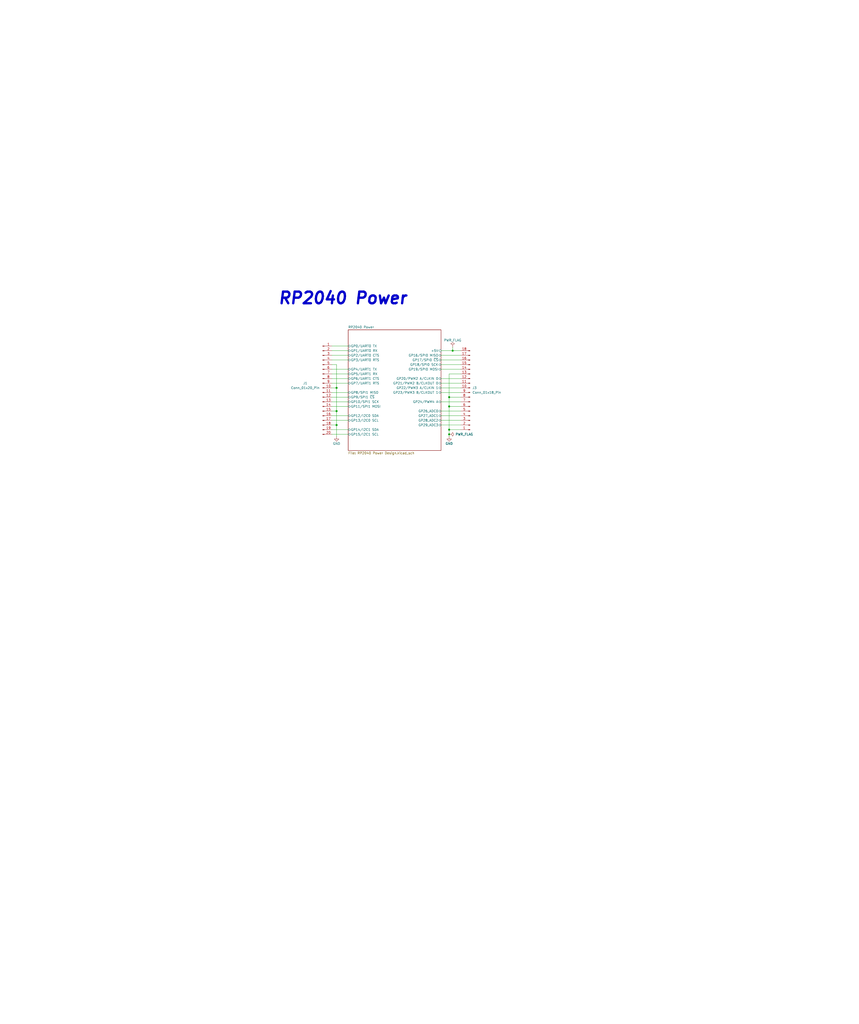
<source format=kicad_sch>
(kicad_sch (version 20231120) (generator "eeschema") (generator_version "8.0")
  (paper "User" 470 560)
  (title_block (title "RP2040 Power") (date "2024-12-29") (rev "V2") (company "Porto Space Team") (comment 1 "Miguel Amorim"))
  (lib_symbols
    (symbol "Connector:Conn_01x18_Pin" (pin_names (offset 1.016) hide)
      (property "Reference" "J" (at 0 22.86 0))
      (property "Value" "Conn_01x18_Pin" (at 0 -25.4 0))
      (symbol "Conn_01x18_Pin_1_1"
        (polyline (pts (xy 1.27 -22.86) (xy 0.8636 -22.86)) (stroke (width 0.1524)))
        (polyline (pts (xy 1.27 -20.32) (xy 0.8636 -20.32)) (stroke (width 0.1524)))
        (polyline (pts (xy 1.27 -17.78) (xy 0.8636 -17.78)) (stroke (width 0.1524)))
        (polyline (pts (xy 1.27 -15.24) (xy 0.8636 -15.24)) (stroke (width 0.1524)))
        (polyline (pts (xy 1.27 -12.7) (xy 0.8636 -12.7)) (stroke (width 0.1524)))
        (polyline (pts (xy 1.27 -10.16) (xy 0.8636 -10.16)) (stroke (width 0.1524)))
        (polyline (pts (xy 1.27 -7.62) (xy 0.8636 -7.62)) (stroke (width 0.1524)))
        (polyline (pts (xy 1.27 -5.08) (xy 0.8636 -5.08)) (stroke (width 0.1524)))
        (polyline (pts (xy 1.27 -2.54) (xy 0.8636 -2.54)) (stroke (width 0.1524)))
        (polyline (pts (xy 1.27 0) (xy 0.8636 0)) (stroke (width 0.1524)))
        (polyline (pts (xy 1.27 2.54) (xy 0.8636 2.54)) (stroke (width 0.1524)))
        (polyline (pts (xy 1.27 5.08) (xy 0.8636 5.08)) (stroke (width 0.1524)))
        (polyline (pts (xy 1.27 7.62) (xy 0.8636 7.62)) (stroke (width 0.1524)))
        (polyline (pts (xy 1.27 10.16) (xy 0.8636 10.16)) (stroke (width 0.1524)))
        (polyline (pts (xy 1.27 12.7) (xy 0.8636 12.7)) (stroke (width 0.1524)))
        (polyline (pts (xy 1.27 15.24) (xy 0.8636 15.24)) (stroke (width 0.1524)))
        (polyline (pts (xy 1.27 17.78) (xy 0.8636 17.78)) (stroke (width 0.1524)))
        (polyline (pts (xy 1.27 20.32) (xy 0.8636 20.32)) (stroke (width 0.1524)))
        (rectangle (start 0.8636 -22.733) (end 0 -22.987) (stroke (width 0.1524)) (fill (type outline)))
        (rectangle (start 0.8636 -20.193) (end 0 -20.447) (stroke (width 0.1524)) (fill (type outline)))
        (rectangle (start 0.8636 -17.653) (end 0 -17.907) (stroke (width 0.1524)) (fill (type outline)))
        (rectangle (start 0.8636 -15.113) (end 0 -15.367) (stroke (width 0.1524)) (fill (type outline)))
        (rectangle (start 0.8636 -12.573) (end 0 -12.827) (stroke (width 0.1524)) (fill (type outline)))
        (rectangle (start 0.8636 -10.033) (end 0 -10.287) (stroke (width 0.1524)) (fill (type outline)))
        (rectangle (start 0.8636 -7.493) (end 0 -7.747) (stroke (width 0.1524)) (fill (type outline)))
        (rectangle (start 0.8636 -4.953) (end 0 -5.207) (stroke (width 0.1524)) (fill (type outline)))
        (rectangle (start 0.8636 -2.413) (end 0 -2.667) (stroke (width 0.1524)) (fill (type outline)))
        (rectangle (start 0.8636 0.127) (end 0 -0.127) (stroke (width 0.1524)) (fill (type outline)))
        (rectangle (start 0.8636 2.667) (end 0 2.413) (stroke (width 0.1524)) (fill (type outline)))
        (rectangle (start 0.8636 5.207) (end 0 4.953) (stroke (width 0.1524)) (fill (type outline)))
        (rectangle (start 0.8636 7.747) (end 0 7.493) (stroke (width 0.1524)) (fill (type outline)))
        (rectangle (start 0.8636 10.287) (end 0 10.033) (stroke (width 0.1524)) (fill (type outline)))
        (rectangle (start 0.8636 12.827) (end 0 12.573) (stroke (width 0.1524)) (fill (type outline)))
        (rectangle (start 0.8636 15.367) (end 0 15.113) (stroke (width 0.1524)) (fill (type outline)))
        (rectangle (start 0.8636 17.907) (end 0 17.653) (stroke (width 0.1524)) (fill (type outline)))
        (rectangle (start 0.8636 20.447) (end 0 20.193) (stroke (width 0.1524)) (fill (type outline)))
        (pin passive line (at 5.08 20.32 180) (length 3.81) (name "Pin_1") (number "1"))
        (pin passive line (at 5.08 -2.54 180) (length 3.81) (name "Pin_10") (number "10"))
        (pin passive line (at 5.08 -5.08 180) (length 3.81) (name "Pin_11") (number "11"))
        (pin passive line (at 5.08 -7.62 180) (length 3.81) (name "Pin_12") (number "12"))
        (pin passive line (at 5.08 -10.16 180) (length 3.81) (name "Pin_13") (number "13"))
        (pin passive line (at 5.08 -12.7 180) (length 3.81) (name "Pin_14") (number "14"))
        (pin passive line (at 5.08 -15.24 180) (length 3.81) (name "Pin_15") (number "15"))
        (pin passive line (at 5.08 -17.78 180) (length 3.81) (name "Pin_16") (number "16"))
        (pin passive line (at 5.08 -20.32 180) (length 3.81) (name "Pin_17") (number "17"))
        (pin passive line (at 5.08 -22.86 180) (length 3.81) (name "Pin_18") (number "18"))
        (pin passive line (at 5.08 17.78 180) (length 3.81) (name "Pin_2") (number "2"))
        (pin passive line (at 5.08 15.24 180) (length 3.81) (name "Pin_3") (number "3"))
        (pin passive line (at 5.08 12.7 180) (length 3.81) (name "Pin_4") (number "4"))
        (pin passive line (at 5.08 10.16 180) (length 3.81) (name "Pin_5") (number "5"))
        (pin passive line (at 5.08 7.62 180) (length 3.81) (name "Pin_6") (number "6"))
        (pin passive line (at 5.08 5.08 180) (length 3.81) (name "Pin_7") (number "7"))
        (pin passive line (at 5.08 2.54 180) (length 3.81) (name "Pin_8") (number "8"))
        (pin passive line (at 5.08 0 180) (length 3.81) (name "Pin_9") (number "9"))
      )
    )
    (symbol "Connector:Conn_01x20_Pin" (pin_names (offset 1.016) hide)
      (property "Reference" "J" (at 0 25.4 0))
      (property "Value" "Conn_01x20_Pin" (at 0 -27.94 0))
      (symbol "Conn_01x20_Pin_1_1"
        (polyline (pts (xy 1.27 -25.4) (xy 0.8636 -25.4)) (stroke (width 0.1524)))
        (polyline (pts (xy 1.27 -22.86) (xy 0.8636 -22.86)) (stroke (width 0.1524)))
        (polyline (pts (xy 1.27 -20.32) (xy 0.8636 -20.32)) (stroke (width 0.1524)))
        (polyline (pts (xy 1.27 -17.78) (xy 0.8636 -17.78)) (stroke (width 0.1524)))
        (polyline (pts (xy 1.27 -15.24) (xy 0.8636 -15.24)) (stroke (width 0.1524)))
        (polyline (pts (xy 1.27 -12.7) (xy 0.8636 -12.7)) (stroke (width 0.1524)))
        (polyline (pts (xy 1.27 -10.16) (xy 0.8636 -10.16)) (stroke (width 0.1524)))
        (polyline (pts (xy 1.27 -7.62) (xy 0.8636 -7.62)) (stroke (width 0.1524)))
        (polyline (pts (xy 1.27 -5.08) (xy 0.8636 -5.08)) (stroke (width 0.1524)))
        (polyline (pts (xy 1.27 -2.54) (xy 0.8636 -2.54)) (stroke (width 0.1524)))
        (polyline (pts (xy 1.27 0) (xy 0.8636 0)) (stroke (width 0.1524)))
        (polyline (pts (xy 1.27 2.54) (xy 0.8636 2.54)) (stroke (width 0.1524)))
        (polyline (pts (xy 1.27 5.08) (xy 0.8636 5.08)) (stroke (width 0.1524)))
        (polyline (pts (xy 1.27 7.62) (xy 0.8636 7.62)) (stroke (width 0.1524)))
        (polyline (pts (xy 1.27 10.16) (xy 0.8636 10.16)) (stroke (width 0.1524)))
        (polyline (pts (xy 1.27 12.7) (xy 0.8636 12.7)) (stroke (width 0.1524)))
        (polyline (pts (xy 1.27 15.24) (xy 0.8636 15.24)) (stroke (width 0.1524)))
        (polyline (pts (xy 1.27 17.78) (xy 0.8636 17.78)) (stroke (width 0.1524)))
        (polyline (pts (xy 1.27 20.32) (xy 0.8636 20.32)) (stroke (width 0.1524)))
        (polyline (pts (xy 1.27 22.86) (xy 0.8636 22.86)) (stroke (width 0.1524)))
        (rectangle (start 0.8636 -25.273) (end 0 -25.527) (stroke (width 0.1524)) (fill (type outline)))
        (rectangle (start 0.8636 -22.733) (end 0 -22.987) (stroke (width 0.1524)) (fill (type outline)))
        (rectangle (start 0.8636 -20.193) (end 0 -20.447) (stroke (width 0.1524)) (fill (type outline)))
        (rectangle (start 0.8636 -17.653) (end 0 -17.907) (stroke (width 0.1524)) (fill (type outline)))
        (rectangle (start 0.8636 -15.113) (end 0 -15.367) (stroke (width 0.1524)) (fill (type outline)))
        (rectangle (start 0.8636 -12.573) (end 0 -12.827) (stroke (width 0.1524)) (fill (type outline)))
        (rectangle (start 0.8636 -10.033) (end 0 -10.287) (stroke (width 0.1524)) (fill (type outline)))
        (rectangle (start 0.8636 -7.493) (end 0 -7.747) (stroke (width 0.1524)) (fill (type outline)))
        (rectangle (start 0.8636 -4.953) (end 0 -5.207) (stroke (width 0.1524)) (fill (type outline)))
        (rectangle (start 0.8636 -2.413) (end 0 -2.667) (stroke (width 0.1524)) (fill (type outline)))
        (rectangle (start 0.8636 0.127) (end 0 -0.127) (stroke (width 0.1524)) (fill (type outline)))
        (rectangle (start 0.8636 2.667) (end 0 2.413) (stroke (width 0.1524)) (fill (type outline)))
        (rectangle (start 0.8636 5.207) (end 0 4.953) (stroke (width 0.1524)) (fill (type outline)))
        (rectangle (start 0.8636 7.747) (end 0 7.493) (stroke (width 0.1524)) (fill (type outline)))
        (rectangle (start 0.8636 10.287) (end 0 10.033) (stroke (width 0.1524)) (fill (type outline)))
        (rectangle (start 0.8636 12.827) (end 0 12.573) (stroke (width 0.1524)) (fill (type outline)))
        (rectangle (start 0.8636 15.367) (end 0 15.113) (stroke (width 0.1524)) (fill (type outline)))
        (rectangle (start 0.8636 17.907) (end 0 17.653) (stroke (width 0.1524)) (fill (type outline)))
        (rectangle (start 0.8636 20.447) (end 0 20.193) (stroke (width 0.1524)) (fill (type outline)))
        (rectangle (start 0.8636 22.987) (end 0 22.733) (stroke (width 0.1524)) (fill (type outline)))
        (pin passive line (at 5.08 22.86 180) (length 3.81) (name "Pin_1") (number "1"))
        (pin passive line (at 5.08 0 180) (length 3.81) (name "Pin_10") (number "10"))
        (pin passive line (at 5.08 -2.54 180) (length 3.81) (name "Pin_11") (number "11"))
        (pin passive line (at 5.08 -5.08 180) (length 3.81) (name "Pin_12") (number "12"))
        (pin passive line (at 5.08 -7.62 180) (length 3.81) (name "Pin_13") (number "13"))
        (pin passive line (at 5.08 -10.16 180) (length 3.81) (name "Pin_14") (number "14"))
        (pin passive line (at 5.08 -12.7 180) (length 3.81) (name "Pin_15") (number "15"))
        (pin passive line (at 5.08 -15.24 180) (length 3.81) (name "Pin_16") (number "16"))
        (pin passive line (at 5.08 -17.78 180) (length 3.81) (name "Pin_17") (number "17"))
        (pin passive line (at 5.08 -20.32 180) (length 3.81) (name "Pin_18") (number "18"))
        (pin passive line (at 5.08 -22.86 180) (length 3.81) (name "Pin_19") (number "19"))
        (pin passive line (at 5.08 20.32 180) (length 3.81) (name "Pin_2") (number "2"))
        (pin passive line (at 5.08 -25.4 180) (length 3.81) (name "Pin_20") (number "20"))
        (pin passive line (at 5.08 17.78 180) (length 3.81) (name "Pin_3") (number "3"))
        (pin passive line (at 5.08 15.24 180) (length 3.81) (name "Pin_4") (number "4"))
        (pin passive line (at 5.08 12.7 180) (length 3.81) (name "Pin_5") (number "5"))
        (pin passive line (at 5.08 10.16 180) (length 3.81) (name "Pin_6") (number "6"))
        (pin passive line (at 5.08 7.62 180) (length 3.81) (name "Pin_7") (number "7"))
        (pin passive line (at 5.08 5.08 180) (length 3.81) (name "Pin_8") (number "8"))
        (pin passive line (at 5.08 2.54 180) (length 3.81) (name "Pin_9") (number "9"))
      )
    )
    (symbol "power:GND" (power) (pin_numbers hide) (pin_names (offset 0) hide)
      (property "Value" "GND" (at 0 -3.81 0))
      (symbol "GND_0_1"
        (polyline (pts (xy 0 0) (xy 0 -1.27) (xy 1.27 -1.27) (xy 0 -2.54) (xy -1.27 -1.27) (xy 0 -1.27)))
      )
      (symbol "GND_1_1"
        (pin power_in line (at 0 0 270) (length 0) (name "~") (number "1"))
      )
    )
    (symbol "power:PWR_FLAG" (power) (pin_numbers hide) (pin_names (offset 0) hide)
      (property "Value" "PWR_FLAG" (at 0 3.81 0))
      (symbol "PWR_FLAG_0_0"
        (pin power_out line (at 0 0 90) (length 0) (name "~") (number "1"))
      )
      (symbol "PWR_FLAG_0_1"
        (polyline (pts (xy 0 0) (xy 0 1.27) (xy -1.016 1.905) (xy 0 2.54) (xy 1.016 1.905) (xy 0 1.27)))
      )
    )
  )
  (junction (at 245.745 234.95))
  (junction (at 245.745 237.49))
  (junction (at 245.745 217.17))
  (junction (at 245.745 222.25))
  (junction (at 184.15 232.41))
  (junction (at 184.15 212.09))
  (junction (at 184.15 224.79))
  (junction (at 247.65 191.77))
  (wire (pts (xy 181.61 191.77) (xy 190.5 191.77)))
  (wire (pts (xy 181.61 201.93) (xy 190.5 201.93)))
  (wire (pts (xy 181.61 209.55) (xy 190.5 209.55)))
  (wire (pts (xy 181.61 199.39) (xy 184.15 199.39)))
  (wire (pts (xy 241.3 229.87) (xy 252.095 229.87)))
  (wire (pts (xy 241.3 207.01) (xy 252.095 207.01)))
  (wire (pts (xy 245.745 222.25) (xy 252.095 222.25)))
  (wire (pts (xy 241.3 201.93) (xy 252.095 201.93)))
  (wire (pts (xy 181.61 229.87) (xy 190.5 229.87)))
  (wire (pts (xy 181.61 204.47) (xy 190.5 204.47)))
  (wire (pts (xy 181.61 227.33) (xy 190.5 227.33)))
  (wire (pts (xy 184.15 212.09) (xy 184.15 224.79)))
  (wire (pts (xy 181.61 234.95) (xy 190.5 234.95)))
  (wire (pts (xy 181.61 196.85) (xy 190.5 196.85)))
  (wire (pts (xy 247.65 191.77) (xy 252.095 191.77)))
  (wire (pts (xy 245.745 217.17) (xy 245.745 222.25)))
  (wire (pts (xy 245.745 222.25) (xy 245.745 234.95)))
  (wire (pts (xy 252.095 204.47) (xy 245.745 204.47)))
  (wire (pts (xy 241.3 219.71) (xy 252.095 219.71)))
  (wire (pts (xy 241.3 227.33) (xy 252.095 227.33)))
  (wire (pts (xy 241.3 199.39) (xy 252.095 199.39)))
  (wire (pts (xy 181.61 222.25) (xy 190.5 222.25)))
  (wire (pts (xy 181.61 207.01) (xy 190.5 207.01)))
  (wire (pts (xy 245.745 204.47) (xy 245.745 217.17)))
  (wire (pts (xy 184.15 199.39) (xy 184.15 212.09)))
  (wire (pts (xy 181.61 219.71) (xy 190.5 219.71)))
  (wire (pts (xy 181.61 189.23) (xy 190.5 189.23)))
  (wire (pts (xy 241.3 191.77) (xy 247.65 191.77)))
  (wire (pts (xy 245.745 234.95) (xy 245.745 237.49)))
  (wire (pts (xy 181.61 214.63) (xy 190.5 214.63)))
  (wire (pts (xy 241.3 212.09) (xy 252.095 212.09)))
  (wire (pts (xy 181.61 232.41) (xy 184.15 232.41)))
  (wire (pts (xy 184.15 232.41) (xy 184.15 238.76)))
  (wire (pts (xy 181.61 212.09) (xy 184.15 212.09)))
  (wire (pts (xy 241.3 232.41) (xy 252.095 232.41)))
  (wire (pts (xy 241.3 214.63) (xy 252.095 214.63)))
  (wire (pts (xy 181.61 237.49) (xy 190.5 237.49)))
  (wire (pts (xy 245.745 237.49) (xy 245.745 238.76)))
  (wire (pts (xy 184.15 224.79) (xy 184.15 232.41)))
  (wire (pts (xy 241.3 209.55) (xy 252.095 209.55)))
  (wire (pts (xy 241.3 196.85) (xy 252.095 196.85)))
  (wire (pts (xy 245.745 217.17) (xy 252.095 217.17)))
  (wire (pts (xy 181.61 194.31) (xy 190.5 194.31)))
  (wire (pts (xy 241.3 224.79) (xy 252.095 224.79)))
  (wire (pts (xy 247.65 189.865) (xy 247.65 191.77)))
  (wire (pts (xy 181.61 217.17) (xy 190.5 217.17)))
  (wire (pts (xy 181.61 224.79) (xy 184.15 224.79)))
  (wire (pts (xy 245.745 234.95) (xy 252.095 234.95)))
  (wire (pts (xy 241.3 194.31) (xy 252.095 194.31)))
  (text "RP2040 Power\n" (at 151.765 163.195 0) (effects (font (size 6.35 6.35) (thickness 1.27) (bold yes) (italic yes)) (justify left)))
  (symbol (lib_id "power:PWR_FLAG") (at 247.65 189.865 0) (unit 1)
    (property "Reference" "#FLG01" (effects (hide yes)))
    (property "Value" "PWR_FLAG" (at 247.65 186.055 0))
    (property "Description" "Special symbol for telling ERC where power comes from" (effects (hide yes)))
  )
  (symbol (lib_id "power:GND") (at 245.745 238.76 0) (unit 1)
    (property "Reference" "#PWR01" (effects (hide yes)))
    (property "Value" "GND" (at 245.745 242.57 0))
    (property "Description" "Power symbol creates a global label with name \"GND\" , ground" (effects (hide yes)))
  )
  (symbol (lib_id "Connector:Conn_01x18_Pin") (at 257.175 214.63 180) (unit 1)
    (property "Reference" "J3" (at 258.445 212.0899 0) (effects (justify right)))
    (property "Value" "Conn_01x18_Pin" (at 258.445 214.6299 0) (effects (justify right)))
    (property "Description" "Generic connector, single row, 01x18, script generated" (effects (hide yes)))
  )
  (symbol (lib_id "Connector:Conn_01x20_Pin") (at 176.53 212.09 0) (unit 1)
    (property "Reference" "J1" (at 167.005 209.55 0))
    (property "Value" "Conn_01x20_Pin" (at 167.005 212.09 0))
    (property "Description" "Generic connector, single row, 01x20, script generated" (effects (hide yes)))
  )
  (symbol (lib_id "power:GND") (at 184.15 238.76 0) (unit 1)
    (property "Reference" "#PWR03" (effects (hide yes)))
    (property "Value" "GND" (at 184.15 242.57 0))
    (property "Description" "Power symbol creates a global label with name \"GND\" , ground" (effects (hide yes)))
  )
  (symbol (lib_id "power:PWR_FLAG") (at 245.745 237.49 270) (unit 1)
    (property "Reference" "#FLG02" (effects (hide yes)))
    (property "Value" "PWR_FLAG" (at 254 237.49 90))
    (property "Description" "Special symbol for telling ERC where power comes from" (effects (hide yes)))
  )
  (sheet (at 190.5 180.34) (size 50.8 66.04) (stroke (width 0.1524))
    (property "Sheetname" "RP2040 Power" (at 190.5 179.6284 0) (effects (justify left bottom)))
    (property "Sheetfile" "RP2040 Power Design.kicad_sch" (at 190.5 247.015 0) (effects (justify left top)))
    (pin "GP21{slash}PWM2 B{slash}CLKOUT 0" bidirectional (at 241.3 209.55 0))
    (pin "GP20{slash}PWM2 A{slash}CLKIN 0" bidirectional (at 241.3 207.01 0))
    (pin "GP24{slash}PWM4 A" bidirectional (at 241.3 219.71 0))
    (pin "GP22{slash}PWM3 A{slash}CLKIN 1" bidirectional (at 241.3 212.09 0))
    (pin "GP23{slash}PWM3 B{slash}CLKOUT 1" bidirectional (at 241.3 214.63 0))
    (pin "GP29_ADC3" bidirectional (at 241.3 232.41 0))
    (pin "GP27_ADC1" bidirectional (at 241.3 227.33 0))
    (pin "GP28_ADC2" bidirectional (at 241.3 229.87 0))
    (pin "GP26_ADC0" bidirectional (at 241.3 224.79 0))
    (pin "GP15{slash}I2C1 SCL" bidirectional (at 190.5 237.49 180))
    (pin "GP19{slash}SPI0 MOSI" bidirectional (at 241.3 201.93 0))
    (pin "GP18{slash}SPI0 SCK" bidirectional (at 241.3 199.39 0))
    (pin "GP17{slash}SPI0 ~{CS}" bidirectional (at 241.3 196.85 0))
    (pin "GP3{slash}UART0 RTS" bidirectional (at 190.5 196.85 180))
    (pin "GP1{slash}UART0 RX" bidirectional (at 190.5 191.77 180))
    (pin "GP5{slash}UART1 RX" bidirectional (at 190.5 204.47 180))
    (pin "GP2{slash}UART0 CTS" bidirectional (at 190.5 194.31 180))
    (pin "GP6{slash}UART1 CTS" bidirectional (at 190.5 207.01 180))
    (pin "GP7{slash}UART1 RTS" bidirectional (at 190.5 209.55 180))
    (pin "GP8{slash}SPI1 MISO" bidirectional (at 190.5 214.63 180))
    (pin "GP12{slash}I2C0 SDA" bidirectional (at 190.5 227.33 180))
    (pin "GP11{slash}SPI1 MOSI" bidirectional (at 190.5 222.25 180))
    (pin "GP14{slash}I2C1 SDA" bidirectional (at 190.5 234.95 180))
    (pin "GP13{slash}I2C0 SCL" bidirectional (at 190.5 229.87 180))
    (pin "GP9{slash}SPI1 ~{CS}" bidirectional (at 190.5 217.17 180))
    (pin "GP10{slash}SPI1 SCK" bidirectional (at 190.5 219.71 180))
    (pin "GP16{slash}SPI0 MISO" bidirectional (at 241.3 194.31 0))
    (pin "GP4{slash}UART1 TX" bidirectional (at 190.5 201.93 180))
    (pin "GP0{slash}UART0 TX" bidirectional (at 190.5 189.23 180))
    (pin "+5V" input (at 241.3 191.77 0))
  )
)
</source>
